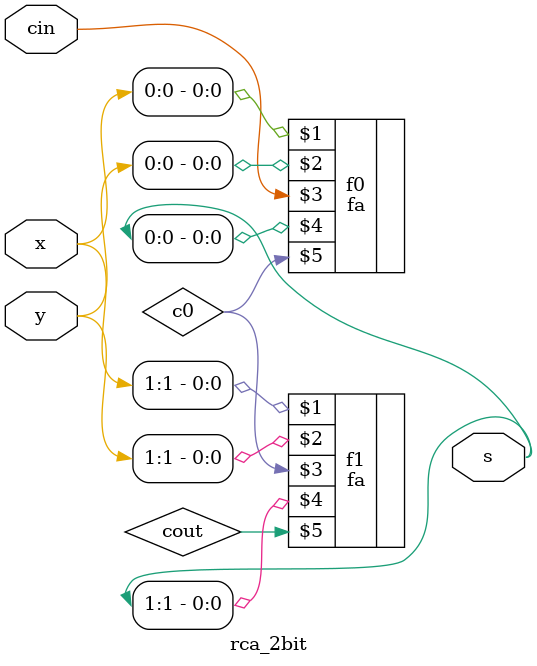
<source format=v>
`timescale 1ns / 1ps


module rca_2bit(input [1:0]x,y, input cin, output [1:0]s);
wire c0,cout;
fa f0 (x[0],y[0],cin,s[0],c0);
fa f1 (x[1],y[1],c0,s[1],cout);
endmodule
</source>
